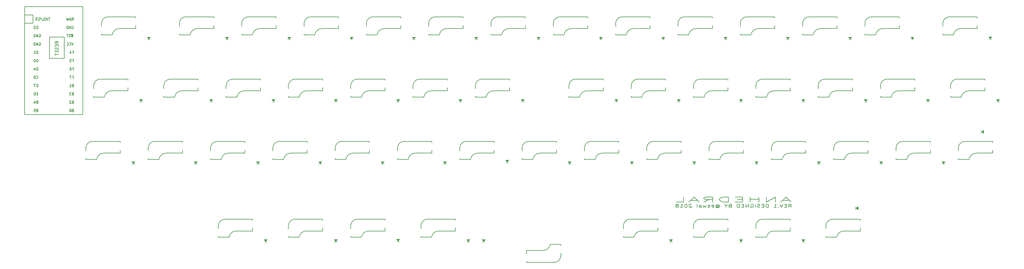
<source format=gbo>
G04 #@! TF.GenerationSoftware,KiCad,Pcbnew,(6.0.0-rc1-dev-1215-g431bdc7a3)*
G04 #@! TF.CreationDate,2018-12-02T20:05:25+01:00*
G04 #@! TF.ProjectId,wave,77617665-2e6b-4696-9361-645f70636258,rev?*
G04 #@! TF.SameCoordinates,Original*
G04 #@! TF.FileFunction,Legend,Bot*
G04 #@! TF.FilePolarity,Positive*
%FSLAX46Y46*%
G04 Gerber Fmt 4.6, Leading zero omitted, Abs format (unit mm)*
G04 Created by KiCad (PCBNEW (6.0.0-rc1-dev-1215-g431bdc7a3)) date 2018 December 02, Sunday 20:05:25*
%MOMM*%
%LPD*%
G01*
G04 APERTURE LIST*
%ADD10C,0.150000*%
%ADD11C,0.200000*%
%ADD12C,0.100000*%
%ADD13C,0.120000*%
G04 APERTURE END LIST*
D10*
X228699226Y17389739D02*
X229165893Y17865929D01*
X229499226Y17389739D02*
X229499226Y18389739D01*
X228965893Y18389739D01*
X228832560Y18342120D01*
X228765893Y18294500D01*
X228699226Y18199262D01*
X228699226Y18056405D01*
X228765893Y17961167D01*
X228832560Y17913548D01*
X228965893Y17865929D01*
X229499226Y17865929D01*
X228099226Y17913548D02*
X227632560Y17913548D01*
X227432560Y17389739D02*
X228099226Y17389739D01*
X228099226Y18389739D01*
X227432560Y18389739D01*
X227032560Y18389739D02*
X226565893Y17389739D01*
X226099226Y18389739D01*
X225632560Y17484977D02*
X225565893Y17437358D01*
X225632560Y17389739D01*
X225699226Y17437358D01*
X225632560Y17484977D01*
X225632560Y17389739D01*
X224232560Y17389739D02*
X225032560Y17389739D01*
X224632560Y17389739D02*
X224632560Y18389739D01*
X224765893Y18246881D01*
X224899226Y18151643D01*
X225032560Y18104024D01*
X222565893Y17389739D02*
X222565893Y18389739D01*
X222232560Y18389739D01*
X222032560Y18342120D01*
X221899226Y18246881D01*
X221832560Y18151643D01*
X221765893Y17961167D01*
X221765893Y17818310D01*
X221832560Y17627834D01*
X221899226Y17532596D01*
X222032560Y17437358D01*
X222232560Y17389739D01*
X222565893Y17389739D01*
X221165893Y17913548D02*
X220699226Y17913548D01*
X220499226Y17389739D02*
X221165893Y17389739D01*
X221165893Y18389739D01*
X220499226Y18389739D01*
X219965893Y17437358D02*
X219765893Y17389739D01*
X219432560Y17389739D01*
X219299226Y17437358D01*
X219232560Y17484977D01*
X219165893Y17580215D01*
X219165893Y17675453D01*
X219232560Y17770691D01*
X219299226Y17818310D01*
X219432560Y17865929D01*
X219699226Y17913548D01*
X219832560Y17961167D01*
X219899226Y18008786D01*
X219965893Y18104024D01*
X219965893Y18199262D01*
X219899226Y18294500D01*
X219832560Y18342120D01*
X219699226Y18389739D01*
X219365893Y18389739D01*
X219165893Y18342120D01*
X218565893Y17389739D02*
X218565893Y18389739D01*
X217165893Y18342120D02*
X217299226Y18389739D01*
X217499226Y18389739D01*
X217699226Y18342120D01*
X217832560Y18246881D01*
X217899226Y18151643D01*
X217965893Y17961167D01*
X217965893Y17818310D01*
X217899226Y17627834D01*
X217832560Y17532596D01*
X217699226Y17437358D01*
X217499226Y17389739D01*
X217365893Y17389739D01*
X217165893Y17437358D01*
X217099226Y17484977D01*
X217099226Y17818310D01*
X217365893Y17818310D01*
X216499226Y17389739D02*
X216499226Y18389739D01*
X215699226Y17389739D01*
X215699226Y18389739D01*
X215032560Y17913548D02*
X214565893Y17913548D01*
X214365893Y17389739D02*
X215032560Y17389739D01*
X215032560Y18389739D01*
X214365893Y18389739D01*
X213765893Y17389739D02*
X213765893Y18389739D01*
X213432560Y18389739D01*
X213232560Y18342120D01*
X213099226Y18246881D01*
X213032560Y18151643D01*
X212965893Y17961167D01*
X212965893Y17818310D01*
X213032560Y17627834D01*
X213099226Y17532596D01*
X213232560Y17437358D01*
X213432560Y17389739D01*
X213765893Y17389739D01*
X210832560Y17913548D02*
X210632560Y17865929D01*
X210565893Y17818310D01*
X210499226Y17723072D01*
X210499226Y17580215D01*
X210565893Y17484977D01*
X210632560Y17437358D01*
X210765893Y17389739D01*
X211299226Y17389739D01*
X211299226Y18389739D01*
X210832560Y18389739D01*
X210699226Y18342120D01*
X210632560Y18294500D01*
X210565893Y18199262D01*
X210565893Y18104024D01*
X210632560Y18008786D01*
X210699226Y17961167D01*
X210832560Y17913548D01*
X211299226Y17913548D01*
X209632560Y17865929D02*
X209632560Y17389739D01*
X210099226Y18389739D02*
X209632560Y17865929D01*
X209165893Y18389739D01*
X206765893Y17865929D02*
X206832560Y17913548D01*
X206965893Y17961167D01*
X207099226Y17961167D01*
X207232560Y17913548D01*
X207299226Y17865929D01*
X207365893Y17770691D01*
X207365893Y17675453D01*
X207299226Y17580215D01*
X207232560Y17532596D01*
X207099226Y17484977D01*
X206965893Y17484977D01*
X206832560Y17532596D01*
X206765893Y17580215D01*
X206765893Y17961167D02*
X206765893Y17580215D01*
X206699226Y17532596D01*
X206632560Y17532596D01*
X206499226Y17580215D01*
X206432560Y17675453D01*
X206432560Y17913548D01*
X206565893Y18056405D01*
X206765893Y18151643D01*
X207032560Y18199262D01*
X207299226Y18151643D01*
X207499226Y18056405D01*
X207632560Y17913548D01*
X207699226Y17723072D01*
X207632560Y17532596D01*
X207499226Y17389739D01*
X207299226Y17294500D01*
X207032560Y17246881D01*
X206765893Y17294500D01*
X206565893Y17389739D01*
X205299226Y17437358D02*
X205432560Y17389739D01*
X205699226Y17389739D01*
X205832560Y17437358D01*
X205899226Y17532596D01*
X205899226Y17913548D01*
X205832560Y18008786D01*
X205699226Y18056405D01*
X205432560Y18056405D01*
X205299226Y18008786D01*
X205232560Y17913548D01*
X205232560Y17818310D01*
X205899226Y17723072D01*
X204699226Y17437358D02*
X204565893Y17389739D01*
X204299226Y17389739D01*
X204165893Y17437358D01*
X204099226Y17532596D01*
X204099226Y17580215D01*
X204165893Y17675453D01*
X204299226Y17723072D01*
X204499226Y17723072D01*
X204632560Y17770691D01*
X204699226Y17865929D01*
X204699226Y17913548D01*
X204632560Y18008786D01*
X204499226Y18056405D01*
X204299226Y18056405D01*
X204165893Y18008786D01*
X203632560Y18056405D02*
X203365893Y17389739D01*
X203099226Y17865929D01*
X202832560Y17389739D01*
X202565893Y18056405D01*
X201432560Y17389739D02*
X201432560Y17913548D01*
X201499226Y18008786D01*
X201632560Y18056405D01*
X201899226Y18056405D01*
X202032560Y18008786D01*
X201432560Y17437358D02*
X201565893Y17389739D01*
X201899226Y17389739D01*
X202032560Y17437358D01*
X202099226Y17532596D01*
X202099226Y17627834D01*
X202032560Y17723072D01*
X201899226Y17770691D01*
X201565893Y17770691D01*
X201432560Y17818310D01*
X200765893Y17389739D02*
X200765893Y18056405D01*
X200765893Y18389739D02*
X200832560Y18342120D01*
X200765893Y18294500D01*
X200699226Y18342120D01*
X200765893Y18389739D01*
X200765893Y18294500D01*
X199099226Y18294500D02*
X199032560Y18342120D01*
X198899226Y18389739D01*
X198565893Y18389739D01*
X198432560Y18342120D01*
X198365893Y18294500D01*
X198299226Y18199262D01*
X198299226Y18104024D01*
X198365893Y17961167D01*
X199165893Y17389739D01*
X198299226Y17389739D01*
X197432560Y18389739D02*
X197299226Y18389739D01*
X197165893Y18342120D01*
X197099226Y18294500D01*
X197032560Y18199262D01*
X196965893Y18008786D01*
X196965893Y17770691D01*
X197032560Y17580215D01*
X197099226Y17484977D01*
X197165893Y17437358D01*
X197299226Y17389739D01*
X197432560Y17389739D01*
X197565893Y17437358D01*
X197632560Y17484977D01*
X197699226Y17580215D01*
X197765893Y17770691D01*
X197765893Y18008786D01*
X197699226Y18199262D01*
X197632560Y18294500D01*
X197565893Y18342120D01*
X197432560Y18389739D01*
X195632560Y17389739D02*
X196432560Y17389739D01*
X196032560Y17389739D02*
X196032560Y18389739D01*
X196165893Y18246881D01*
X196299226Y18151643D01*
X196432560Y18104024D01*
X194832560Y17961167D02*
X194965893Y18008786D01*
X195032560Y18056405D01*
X195099226Y18151643D01*
X195099226Y18199262D01*
X195032560Y18294500D01*
X194965893Y18342120D01*
X194832560Y18389739D01*
X194565893Y18389739D01*
X194432560Y18342120D01*
X194365893Y18294500D01*
X194299226Y18199262D01*
X194299226Y18151643D01*
X194365893Y18056405D01*
X194432560Y18008786D01*
X194565893Y17961167D01*
X194832560Y17961167D01*
X194965893Y17913548D01*
X195032560Y17865929D01*
X195099226Y17770691D01*
X195099226Y17580215D01*
X195032560Y17484977D01*
X194965893Y17437358D01*
X194832560Y17389739D01*
X194565893Y17389739D01*
X194432560Y17437358D01*
X194365893Y17484977D01*
X194299226Y17580215D01*
X194299226Y17770691D01*
X194365893Y17865929D01*
X194432560Y17913548D01*
X194565893Y17961167D01*
D11*
X229075417Y19497120D02*
X226789702Y19497120D01*
X229532560Y19068548D02*
X227932560Y20568548D01*
X226332560Y19068548D01*
X224732560Y19068548D02*
X224732560Y20568548D01*
X221989702Y19068548D01*
X221989702Y20568548D01*
X219703988Y19068548D02*
X219703988Y20568548D01*
X219703988Y19854262D02*
X216961131Y19854262D01*
X216961131Y19068548D02*
X216961131Y20568548D01*
X214675417Y19854262D02*
X213075417Y19854262D01*
X212389702Y19068548D02*
X214675417Y19068548D01*
X214675417Y20568548D01*
X212389702Y20568548D01*
X210332560Y19068548D02*
X210332560Y20568548D01*
X209189702Y20568548D01*
X208503988Y20497120D01*
X208046845Y20354262D01*
X207818274Y20211405D01*
X207589702Y19925691D01*
X207589702Y19711405D01*
X207818274Y19425691D01*
X208046845Y19282834D01*
X208503988Y19139977D01*
X209189702Y19068548D01*
X210332560Y19068548D01*
X202789702Y19068548D02*
X204389702Y19782834D01*
X205532560Y19068548D02*
X205532560Y20568548D01*
X203703988Y20568548D01*
X203246845Y20497120D01*
X203018274Y20425691D01*
X202789702Y20282834D01*
X202789702Y20068548D01*
X203018274Y19925691D01*
X203246845Y19854262D01*
X203703988Y19782834D01*
X205532560Y19782834D01*
X200961131Y19497120D02*
X198675417Y19497120D01*
X201418274Y19068548D02*
X199818274Y20568548D01*
X198218274Y19068548D01*
X194332560Y19068548D02*
X196618274Y19068548D01*
X196618274Y20568548D01*
D10*
G04 #@! TO.C,SW48*
X157795060Y33986620D02*
X157795060Y34986620D01*
X147295060Y32086620D02*
X147295060Y32446620D01*
X147295060Y35686620D02*
X147295060Y34686620D01*
X147295060Y32086620D02*
X150575060Y32086620D01*
X152795060Y33986620D02*
X157795060Y33986620D01*
X157795060Y37586620D02*
X149395059Y37586620D01*
X150578742Y32108091D02*
G75*
G02X152795060Y33986620I2151318J-291471D01*
G01*
X147295060Y35686619D02*
G75*
G02X149395059Y37586620I2000000J-99999D01*
G01*
X157795060Y37236620D02*
X157795060Y37586620D01*
G04 #@! TO.C,SW47*
X148595060Y4174120D02*
X148595060Y3174120D01*
X159095060Y6074120D02*
X159095060Y5714120D01*
X159095060Y2474120D02*
X159095060Y3474120D01*
X159095060Y6074120D02*
X155815060Y6074120D01*
X153595060Y4174120D02*
X148595060Y4174120D01*
X148595060Y574120D02*
X156995061Y574120D01*
X155811378Y6052649D02*
G75*
G02X153595060Y4174120I-2151318J291471D01*
G01*
X159095060Y2474121D02*
G75*
G02X156995061Y574120I-2000000J99999D01*
G01*
X148595060Y924120D02*
X148595060Y574120D01*
G04 #@! TO.C,SW53*
X7331310Y62979120D02*
X7331310Y69479120D01*
X2831310Y62979120D02*
X7331310Y62979120D01*
X2831310Y69479120D02*
X2831310Y62979120D01*
X7331310Y69479120D02*
X2831310Y69479120D01*
D12*
G04 #@! TO.C,D52*
G36*
X249946657Y17675370D02*
X249246657Y17175370D01*
X249946657Y16675370D01*
X249946657Y17675370D01*
G37*
X249946657Y17675370D02*
X249246657Y17175370D01*
X249946657Y16675370D01*
X249946657Y17675370D01*
D13*
X249146657Y17675370D02*
X249146657Y16675370D01*
D10*
G04 #@! TO.C,SW52*
X250663810Y10174120D02*
X250663810Y11174120D01*
X240163810Y8274120D02*
X240163810Y8634120D01*
X240163810Y11874120D02*
X240163810Y10874120D01*
X240163810Y8274120D02*
X243443810Y8274120D01*
X245663810Y10174120D02*
X250663810Y10174120D01*
X250663810Y13774120D02*
X242263809Y13774120D01*
X243447492Y8295591D02*
G75*
G02X245663810Y10174120I2151318J-291471D01*
G01*
X240163810Y11874119D02*
G75*
G02X242263809Y13774120I2000000J-99999D01*
G01*
X250663810Y13424120D02*
X250663810Y13774120D01*
G04 #@! TO.C,SW28*
X288763810Y53036620D02*
X288763810Y54036620D01*
X278263810Y51136620D02*
X278263810Y51496620D01*
X278263810Y54736620D02*
X278263810Y53736620D01*
X278263810Y51136620D02*
X281543810Y51136620D01*
X283763810Y53036620D02*
X288763810Y53036620D01*
X288763810Y56636620D02*
X280363809Y56636620D01*
X281547492Y51158091D02*
G75*
G02X283763810Y53036620I2151318J-291471D01*
G01*
X278263810Y54736619D02*
G75*
G02X280363809Y56636620I2000000J-99999D01*
G01*
X288763810Y56286620D02*
X288763810Y56636620D01*
G04 #@! TO.C,SW14*
X286382560Y72086620D02*
X286382560Y73086620D01*
X275882560Y70186620D02*
X275882560Y70546620D01*
X275882560Y73786620D02*
X275882560Y72786620D01*
X275882560Y70186620D02*
X279162560Y70186620D01*
X281382560Y72086620D02*
X286382560Y72086620D01*
X286382560Y75686620D02*
X277982559Y75686620D01*
X279166242Y70208091D02*
G75*
G02X281382560Y72086620I2151318J-291471D01*
G01*
X275882560Y73786619D02*
G75*
G02X277982559Y75686620I2000000J-99999D01*
G01*
X286382560Y75336620D02*
X286382560Y75686620D01*
D12*
G04 #@! TO.C,D51*
G36*
X232705060Y7574120D02*
X233205060Y6874120D01*
X233705060Y7574120D01*
X232705060Y7574120D01*
G37*
X232705060Y7574120D02*
X233205060Y6874120D01*
X233705060Y7574120D01*
X232705060Y7574120D01*
D13*
X232705060Y6774120D02*
X233705060Y6774120D01*
D12*
G04 #@! TO.C,D50*
G36*
X213655060Y7574120D02*
X214155060Y6874120D01*
X214655060Y7574120D01*
X213655060Y7574120D01*
G37*
X213655060Y7574120D02*
X214155060Y6874120D01*
X214655060Y7574120D01*
X213655060Y7574120D01*
D13*
X213655060Y6774120D02*
X214655060Y6774120D01*
D12*
G04 #@! TO.C,D49*
G36*
X192223810Y7574120D02*
X192723810Y6874120D01*
X193223810Y7574120D01*
X192223810Y7574120D01*
G37*
X192223810Y7574120D02*
X192723810Y6874120D01*
X193223810Y7574120D01*
X192223810Y7574120D01*
D13*
X192223810Y6774120D02*
X193223810Y6774120D01*
D12*
G04 #@! TO.C,D48*
G36*
X161267560Y31386620D02*
X161767560Y30686620D01*
X162267560Y31386620D01*
X161267560Y31386620D01*
G37*
X161267560Y31386620D02*
X161767560Y30686620D01*
X162267560Y31386620D01*
X161267560Y31386620D01*
D13*
X161267560Y30586620D02*
X162267560Y30586620D01*
D12*
G04 #@! TO.C,D47*
G36*
X135043933Y7574120D02*
X135543933Y6874120D01*
X136043933Y7574120D01*
X135043933Y7574120D01*
G37*
X135043933Y7574120D02*
X135543933Y6874120D01*
X136043933Y7574120D01*
X135043933Y7574120D01*
D13*
X135043933Y6774120D02*
X136043933Y6774120D01*
D12*
G04 #@! TO.C,D46*
G36*
X130311310Y7574120D02*
X130811310Y6874120D01*
X131311310Y7574120D01*
X130311310Y7574120D01*
G37*
X130311310Y7574120D02*
X130811310Y6874120D01*
X131311310Y7574120D01*
X130311310Y7574120D01*
D13*
X130311310Y6774120D02*
X131311310Y6774120D01*
D12*
G04 #@! TO.C,D45*
G36*
X108880060Y7694467D02*
X109380060Y6994467D01*
X109880060Y7694467D01*
X108880060Y7694467D01*
G37*
X108880060Y7694467D02*
X109380060Y6994467D01*
X109880060Y7694467D01*
X108880060Y7694467D01*
D13*
X108880060Y6894467D02*
X109880060Y6894467D01*
D12*
G04 #@! TO.C,D44*
G36*
X89830060Y7574120D02*
X90330060Y6874120D01*
X90830060Y7574120D01*
X89830060Y7574120D01*
G37*
X89830060Y7574120D02*
X90330060Y6874120D01*
X90830060Y7574120D01*
X89830060Y7574120D01*
D13*
X89830060Y6774120D02*
X90830060Y6774120D01*
D12*
G04 #@! TO.C,D43*
G36*
X68398810Y7574120D02*
X68898810Y6874120D01*
X69398810Y7574120D01*
X68398810Y7574120D01*
G37*
X68398810Y7574120D02*
X68898810Y6874120D01*
X69398810Y7574120D01*
X68398810Y7574120D01*
D13*
X68398810Y6774120D02*
X69398810Y6774120D01*
D12*
G04 #@! TO.C,D42*
G36*
X288373810Y41011620D02*
X287673810Y40511620D01*
X288373810Y40011620D01*
X288373810Y41011620D01*
G37*
X288373810Y41011620D02*
X287673810Y40511620D01*
X288373810Y40011620D01*
X288373810Y41011620D01*
D13*
X287573810Y41011620D02*
X287573810Y40011620D01*
D12*
G04 #@! TO.C,D41*
G36*
X275567560Y31386620D02*
X276067560Y30686620D01*
X276567560Y31386620D01*
X275567560Y31386620D01*
G37*
X275567560Y31386620D02*
X276067560Y30686620D01*
X276567560Y31386620D01*
X275567560Y31386620D01*
D13*
X275567560Y30586620D02*
X276567560Y30586620D01*
D12*
G04 #@! TO.C,D40*
G36*
X256517560Y31386620D02*
X257017560Y30686620D01*
X257517560Y31386620D01*
X256517560Y31386620D01*
G37*
X256517560Y31386620D02*
X257017560Y30686620D01*
X257517560Y31386620D01*
X256517560Y31386620D01*
D13*
X256517560Y30586620D02*
X257517560Y30586620D01*
D12*
G04 #@! TO.C,D39*
G36*
X237467560Y31386620D02*
X237967560Y30686620D01*
X238467560Y31386620D01*
X237467560Y31386620D01*
G37*
X237467560Y31386620D02*
X237967560Y30686620D01*
X238467560Y31386620D01*
X237467560Y31386620D01*
D13*
X237467560Y30586620D02*
X238467560Y30586620D01*
D12*
G04 #@! TO.C,D38*
G36*
X218417560Y31386620D02*
X218917560Y30686620D01*
X219417560Y31386620D01*
X218417560Y31386620D01*
G37*
X218417560Y31386620D02*
X218917560Y30686620D01*
X219417560Y31386620D01*
X218417560Y31386620D01*
D13*
X218417560Y30586620D02*
X219417560Y30586620D01*
D12*
G04 #@! TO.C,D37*
G36*
X199367560Y31386620D02*
X199867560Y30686620D01*
X200367560Y31386620D01*
X199367560Y31386620D01*
G37*
X199367560Y31386620D02*
X199867560Y30686620D01*
X200367560Y31386620D01*
X199367560Y31386620D01*
D13*
X199367560Y30586620D02*
X200367560Y30586620D01*
D12*
G04 #@! TO.C,D36*
G36*
X180317560Y31386620D02*
X180817560Y30686620D01*
X181317560Y31386620D01*
X180317560Y31386620D01*
G37*
X180317560Y31386620D02*
X180817560Y30686620D01*
X181317560Y31386620D01*
X180317560Y31386620D01*
D13*
X180317560Y30586620D02*
X181317560Y30586620D01*
D12*
G04 #@! TO.C,D35*
G36*
X142217560Y31862870D02*
X142717560Y31162870D01*
X143217560Y31862870D01*
X142217560Y31862870D01*
G37*
X142217560Y31862870D02*
X142717560Y31162870D01*
X143217560Y31862870D01*
X142217560Y31862870D01*
D13*
X142217560Y31062870D02*
X143217560Y31062870D01*
D12*
G04 #@! TO.C,D34*
G36*
X123167560Y31386620D02*
X123667560Y30686620D01*
X124167560Y31386620D01*
X123167560Y31386620D01*
G37*
X123167560Y31386620D02*
X123667560Y30686620D01*
X124167560Y31386620D01*
X123167560Y31386620D01*
D13*
X123167560Y30586620D02*
X124167560Y30586620D01*
D12*
G04 #@! TO.C,D33*
G36*
X104117560Y31386620D02*
X104617560Y30686620D01*
X105117560Y31386620D01*
X104117560Y31386620D01*
G37*
X104117560Y31386620D02*
X104617560Y30686620D01*
X105117560Y31386620D01*
X104117560Y31386620D01*
D13*
X104117560Y30586620D02*
X105117560Y30586620D01*
D12*
G04 #@! TO.C,D32*
G36*
X85067560Y31386620D02*
X85567560Y30686620D01*
X86067560Y31386620D01*
X85067560Y31386620D01*
G37*
X85067560Y31386620D02*
X85567560Y30686620D01*
X86067560Y31386620D01*
X85067560Y31386620D01*
D13*
X85067560Y30586620D02*
X86067560Y30586620D01*
D12*
G04 #@! TO.C,D31*
G36*
X66017560Y31386620D02*
X66517560Y30686620D01*
X67017560Y31386620D01*
X66017560Y31386620D01*
G37*
X66017560Y31386620D02*
X66517560Y30686620D01*
X67017560Y31386620D01*
X66017560Y31386620D01*
D13*
X66017560Y30586620D02*
X67017560Y30586620D01*
D12*
G04 #@! TO.C,D30*
G36*
X46967560Y31386620D02*
X47467560Y30686620D01*
X47967560Y31386620D01*
X46967560Y31386620D01*
G37*
X46967560Y31386620D02*
X47467560Y30686620D01*
X47967560Y31386620D01*
X46967560Y31386620D01*
D13*
X46967560Y30586620D02*
X47967560Y30586620D01*
D12*
G04 #@! TO.C,D29*
G36*
X27917560Y31386620D02*
X28417560Y30686620D01*
X28917560Y31386620D01*
X27917560Y31386620D01*
G37*
X27917560Y31386620D02*
X28417560Y30686620D01*
X28917560Y31386620D01*
X27917560Y31386620D01*
D13*
X27917560Y30586620D02*
X28917560Y30586620D01*
D12*
G04 #@! TO.C,D28*
G36*
X292236310Y50436620D02*
X292736310Y49736620D01*
X293236310Y50436620D01*
X292236310Y50436620D01*
G37*
X292236310Y50436620D02*
X292736310Y49736620D01*
X293236310Y50436620D01*
X292236310Y50436620D01*
D13*
X292236310Y49636620D02*
X293236310Y49636620D01*
D12*
G04 #@! TO.C,D27*
G36*
X270805060Y50436620D02*
X271305060Y49736620D01*
X271805060Y50436620D01*
X270805060Y50436620D01*
G37*
X270805060Y50436620D02*
X271305060Y49736620D01*
X271805060Y50436620D01*
X270805060Y50436620D01*
D13*
X270805060Y49636620D02*
X271805060Y49636620D01*
D12*
G04 #@! TO.C,D26*
G36*
X251755060Y50436620D02*
X252255060Y49736620D01*
X252755060Y50436620D01*
X251755060Y50436620D01*
G37*
X251755060Y50436620D02*
X252255060Y49736620D01*
X252755060Y50436620D01*
X251755060Y50436620D01*
D13*
X251755060Y49636620D02*
X252755060Y49636620D01*
D12*
G04 #@! TO.C,D25*
G36*
X232705060Y50436620D02*
X233205060Y49736620D01*
X233705060Y50436620D01*
X232705060Y50436620D01*
G37*
X232705060Y50436620D02*
X233205060Y49736620D01*
X233705060Y50436620D01*
X232705060Y50436620D01*
D13*
X232705060Y49636620D02*
X233705060Y49636620D01*
D12*
G04 #@! TO.C,D24*
G36*
X213655060Y50436620D02*
X214155060Y49736620D01*
X214655060Y50436620D01*
X213655060Y50436620D01*
G37*
X213655060Y50436620D02*
X214155060Y49736620D01*
X214655060Y50436620D01*
X213655060Y50436620D01*
D13*
X213655060Y49636620D02*
X214655060Y49636620D01*
D12*
G04 #@! TO.C,D23*
G36*
X194605060Y50436620D02*
X195105060Y49736620D01*
X195605060Y50436620D01*
X194605060Y50436620D01*
G37*
X194605060Y50436620D02*
X195105060Y49736620D01*
X195605060Y50436620D01*
X194605060Y50436620D01*
D13*
X194605060Y49636620D02*
X195605060Y49636620D01*
D12*
G04 #@! TO.C,D22*
G36*
X175555060Y50436620D02*
X176055060Y49736620D01*
X176555060Y50436620D01*
X175555060Y50436620D01*
G37*
X175555060Y50436620D02*
X176055060Y49736620D01*
X176555060Y50436620D01*
X175555060Y50436620D01*
D13*
X175555060Y49636620D02*
X176555060Y49636620D01*
D12*
G04 #@! TO.C,D21*
G36*
X146980060Y50436620D02*
X147480060Y49736620D01*
X147980060Y50436620D01*
X146980060Y50436620D01*
G37*
X146980060Y50436620D02*
X147480060Y49736620D01*
X147980060Y50436620D01*
X146980060Y50436620D01*
D13*
X146980060Y49636620D02*
X147980060Y49636620D01*
D12*
G04 #@! TO.C,D20*
G36*
X127930060Y50436620D02*
X128430060Y49736620D01*
X128930060Y50436620D01*
X127930060Y50436620D01*
G37*
X127930060Y50436620D02*
X128430060Y49736620D01*
X128930060Y50436620D01*
X127930060Y50436620D01*
D13*
X127930060Y49636620D02*
X128930060Y49636620D01*
D12*
G04 #@! TO.C,D19*
G36*
X108880060Y50436620D02*
X109380060Y49736620D01*
X109880060Y50436620D01*
X108880060Y50436620D01*
G37*
X108880060Y50436620D02*
X109380060Y49736620D01*
X109880060Y50436620D01*
X108880060Y50436620D01*
D13*
X108880060Y49636620D02*
X109880060Y49636620D01*
D12*
G04 #@! TO.C,D18*
G36*
X89830060Y50436620D02*
X90330060Y49736620D01*
X90830060Y50436620D01*
X89830060Y50436620D01*
G37*
X89830060Y50436620D02*
X90330060Y49736620D01*
X90830060Y50436620D01*
X89830060Y50436620D01*
D13*
X89830060Y49636620D02*
X90830060Y49636620D01*
D12*
G04 #@! TO.C,D17*
G36*
X70780060Y50436620D02*
X71280060Y49736620D01*
X71780060Y50436620D01*
X70780060Y50436620D01*
G37*
X70780060Y50436620D02*
X71280060Y49736620D01*
X71780060Y50436620D01*
X70780060Y50436620D01*
D13*
X70780060Y49636620D02*
X71780060Y49636620D01*
D12*
G04 #@! TO.C,D16*
G36*
X51730060Y50436620D02*
X52230060Y49736620D01*
X52730060Y50436620D01*
X51730060Y50436620D01*
G37*
X51730060Y50436620D02*
X52230060Y49736620D01*
X52730060Y50436620D01*
X51730060Y50436620D01*
D13*
X51730060Y49636620D02*
X52730060Y49636620D01*
D12*
G04 #@! TO.C,D15*
G36*
X30298810Y50436620D02*
X30798810Y49736620D01*
X31298810Y50436620D01*
X30298810Y50436620D01*
G37*
X30298810Y50436620D02*
X30798810Y49736620D01*
X31298810Y50436620D01*
X30298810Y50436620D01*
D13*
X30298810Y49636620D02*
X31298810Y49636620D01*
D12*
G04 #@! TO.C,D14*
G36*
X289855060Y69606967D02*
X290355060Y68906967D01*
X290855060Y69606967D01*
X289855060Y69606967D01*
G37*
X289855060Y69606967D02*
X290355060Y68906967D01*
X290855060Y69606967D01*
X289855060Y69606967D01*
D13*
X289855060Y68806967D02*
X290855060Y68806967D01*
D12*
G04 #@! TO.C,D13*
G36*
X266042560Y69486620D02*
X266542560Y68786620D01*
X267042560Y69486620D01*
X266042560Y69486620D01*
G37*
X266042560Y69486620D02*
X266542560Y68786620D01*
X267042560Y69486620D01*
X266042560Y69486620D01*
D13*
X266042560Y68686620D02*
X267042560Y68686620D01*
D12*
G04 #@! TO.C,D12*
G36*
X246992560Y69486620D02*
X247492560Y68786620D01*
X247992560Y69486620D01*
X246992560Y69486620D01*
G37*
X246992560Y69486620D02*
X247492560Y68786620D01*
X247992560Y69486620D01*
X246992560Y69486620D01*
D13*
X246992560Y68686620D02*
X247992560Y68686620D01*
D12*
G04 #@! TO.C,D11*
G36*
X227942560Y69486620D02*
X228442560Y68786620D01*
X228942560Y69486620D01*
X227942560Y69486620D01*
G37*
X227942560Y69486620D02*
X228442560Y68786620D01*
X228942560Y69486620D01*
X227942560Y69486620D01*
D13*
X227942560Y68686620D02*
X228942560Y68686620D01*
D12*
G04 #@! TO.C,D10*
G36*
X208892560Y69486620D02*
X209392560Y68786620D01*
X209892560Y69486620D01*
X208892560Y69486620D01*
G37*
X208892560Y69486620D02*
X209392560Y68786620D01*
X209892560Y69486620D01*
X208892560Y69486620D01*
D13*
X208892560Y68686620D02*
X209892560Y68686620D01*
D12*
G04 #@! TO.C,D9*
G36*
X189842560Y69486620D02*
X190342560Y68786620D01*
X190842560Y69486620D01*
X189842560Y69486620D01*
G37*
X189842560Y69486620D02*
X190342560Y68786620D01*
X190842560Y69486620D01*
X189842560Y69486620D01*
D13*
X189842560Y68686620D02*
X190842560Y68686620D01*
D12*
G04 #@! TO.C,D8*
G36*
X170792560Y69486620D02*
X171292560Y68786620D01*
X171792560Y69486620D01*
X170792560Y69486620D01*
G37*
X170792560Y69486620D02*
X171292560Y68786620D01*
X171792560Y69486620D01*
X170792560Y69486620D01*
D13*
X170792560Y68686620D02*
X171792560Y68686620D01*
D12*
G04 #@! TO.C,D7*
G36*
X151742560Y69486620D02*
X152242560Y68786620D01*
X152742560Y69486620D01*
X151742560Y69486620D01*
G37*
X151742560Y69486620D02*
X152242560Y68786620D01*
X152742560Y69486620D01*
X151742560Y69486620D01*
D13*
X151742560Y68686620D02*
X152742560Y68686620D01*
D12*
G04 #@! TO.C,D6*
G36*
X132692560Y69486620D02*
X133192560Y68786620D01*
X133692560Y69486620D01*
X132692560Y69486620D01*
G37*
X132692560Y69486620D02*
X133192560Y68786620D01*
X133692560Y69486620D01*
X132692560Y69486620D01*
D13*
X132692560Y68686620D02*
X133692560Y68686620D01*
D12*
G04 #@! TO.C,D5*
G36*
X113642560Y69486620D02*
X114142560Y68786620D01*
X114642560Y69486620D01*
X113642560Y69486620D01*
G37*
X113642560Y69486620D02*
X114142560Y68786620D01*
X114642560Y69486620D01*
X113642560Y69486620D01*
D13*
X113642560Y68686620D02*
X114642560Y68686620D01*
D12*
G04 #@! TO.C,D4*
G36*
X94592560Y69486620D02*
X95092560Y68786620D01*
X95592560Y69486620D01*
X94592560Y69486620D01*
G37*
X94592560Y69486620D02*
X95092560Y68786620D01*
X95592560Y69486620D01*
X94592560Y69486620D01*
D13*
X94592560Y68686620D02*
X95592560Y68686620D01*
D12*
G04 #@! TO.C,D3*
G36*
X75542560Y69486620D02*
X76042560Y68786620D01*
X76542560Y69486620D01*
X75542560Y69486620D01*
G37*
X75542560Y69486620D02*
X76042560Y68786620D01*
X76542560Y69486620D01*
X75542560Y69486620D01*
D13*
X75542560Y68686620D02*
X76542560Y68686620D01*
D12*
G04 #@! TO.C,D2*
G36*
X56492560Y69486620D02*
X56992560Y68786620D01*
X57492560Y69486620D01*
X56492560Y69486620D01*
G37*
X56492560Y69486620D02*
X56992560Y68786620D01*
X57492560Y69486620D01*
X56492560Y69486620D01*
D13*
X56492560Y68686620D02*
X57492560Y68686620D01*
D12*
G04 #@! TO.C,D1*
G36*
X32680060Y69486620D02*
X33180060Y68786620D01*
X33680060Y69486620D01*
X32680060Y69486620D01*
G37*
X32680060Y69486620D02*
X33180060Y68786620D01*
X33680060Y69486620D01*
X32680060Y69486620D01*
D13*
X32680060Y68686620D02*
X33680060Y68686620D01*
D10*
G04 #@! TO.C,SW1*
X29207560Y72086620D02*
X29207560Y73086620D01*
X18707560Y70186620D02*
X18707560Y70546620D01*
X18707560Y73786620D02*
X18707560Y72786620D01*
X18707560Y70186620D02*
X21987560Y70186620D01*
X24207560Y72086620D02*
X29207560Y72086620D01*
X29207560Y75686620D02*
X20807559Y75686620D01*
X21991242Y70208091D02*
G75*
G02X24207560Y72086620I2151318J-291471D01*
G01*
X18707560Y73786619D02*
G75*
G02X20807559Y75686620I2000000J-99999D01*
G01*
X29207560Y75336620D02*
X29207560Y75686620D01*
G04 #@! TO.C,SW2*
X53020060Y72086620D02*
X53020060Y73086620D01*
X42520060Y70186620D02*
X42520060Y70546620D01*
X42520060Y73786620D02*
X42520060Y72786620D01*
X42520060Y70186620D02*
X45800060Y70186620D01*
X48020060Y72086620D02*
X53020060Y72086620D01*
X53020060Y75686620D02*
X44620059Y75686620D01*
X45803742Y70208091D02*
G75*
G02X48020060Y72086620I2151318J-291471D01*
G01*
X42520060Y73786619D02*
G75*
G02X44620059Y75686620I2000000J-99999D01*
G01*
X53020060Y75336620D02*
X53020060Y75686620D01*
G04 #@! TO.C,SW3*
X72070060Y72086620D02*
X72070060Y73086620D01*
X61570060Y70186620D02*
X61570060Y70546620D01*
X61570060Y73786620D02*
X61570060Y72786620D01*
X61570060Y70186620D02*
X64850060Y70186620D01*
X67070060Y72086620D02*
X72070060Y72086620D01*
X72070060Y75686620D02*
X63670059Y75686620D01*
X64853742Y70208091D02*
G75*
G02X67070060Y72086620I2151318J-291471D01*
G01*
X61570060Y73786619D02*
G75*
G02X63670059Y75686620I2000000J-99999D01*
G01*
X72070060Y75336620D02*
X72070060Y75686620D01*
G04 #@! TO.C,SW4*
X91120060Y72086620D02*
X91120060Y73086620D01*
X80620060Y70186620D02*
X80620060Y70546620D01*
X80620060Y73786620D02*
X80620060Y72786620D01*
X80620060Y70186620D02*
X83900060Y70186620D01*
X86120060Y72086620D02*
X91120060Y72086620D01*
X91120060Y75686620D02*
X82720059Y75686620D01*
X83903742Y70208091D02*
G75*
G02X86120060Y72086620I2151318J-291471D01*
G01*
X80620060Y73786619D02*
G75*
G02X82720059Y75686620I2000000J-99999D01*
G01*
X91120060Y75336620D02*
X91120060Y75686620D01*
G04 #@! TO.C,SW5*
X110170060Y72086620D02*
X110170060Y73086620D01*
X99670060Y70186620D02*
X99670060Y70546620D01*
X99670060Y73786620D02*
X99670060Y72786620D01*
X99670060Y70186620D02*
X102950060Y70186620D01*
X105170060Y72086620D02*
X110170060Y72086620D01*
X110170060Y75686620D02*
X101770059Y75686620D01*
X102953742Y70208091D02*
G75*
G02X105170060Y72086620I2151318J-291471D01*
G01*
X99670060Y73786619D02*
G75*
G02X101770059Y75686620I2000000J-99999D01*
G01*
X110170060Y75336620D02*
X110170060Y75686620D01*
G04 #@! TO.C,SW6*
X129220060Y72086620D02*
X129220060Y73086620D01*
X118720060Y70186620D02*
X118720060Y70546620D01*
X118720060Y73786620D02*
X118720060Y72786620D01*
X118720060Y70186620D02*
X122000060Y70186620D01*
X124220060Y72086620D02*
X129220060Y72086620D01*
X129220060Y75686620D02*
X120820059Y75686620D01*
X122003742Y70208091D02*
G75*
G02X124220060Y72086620I2151318J-291471D01*
G01*
X118720060Y73786619D02*
G75*
G02X120820059Y75686620I2000000J-99999D01*
G01*
X129220060Y75336620D02*
X129220060Y75686620D01*
G04 #@! TO.C,SW7*
X148270060Y72086620D02*
X148270060Y73086620D01*
X137770060Y70186620D02*
X137770060Y70546620D01*
X137770060Y73786620D02*
X137770060Y72786620D01*
X137770060Y70186620D02*
X141050060Y70186620D01*
X143270060Y72086620D02*
X148270060Y72086620D01*
X148270060Y75686620D02*
X139870059Y75686620D01*
X141053742Y70208091D02*
G75*
G02X143270060Y72086620I2151318J-291471D01*
G01*
X137770060Y73786619D02*
G75*
G02X139870059Y75686620I2000000J-99999D01*
G01*
X148270060Y75336620D02*
X148270060Y75686620D01*
G04 #@! TO.C,SW8*
X167320060Y72086620D02*
X167320060Y73086620D01*
X156820060Y70186620D02*
X156820060Y70546620D01*
X156820060Y73786620D02*
X156820060Y72786620D01*
X156820060Y70186620D02*
X160100060Y70186620D01*
X162320060Y72086620D02*
X167320060Y72086620D01*
X167320060Y75686620D02*
X158920059Y75686620D01*
X160103742Y70208091D02*
G75*
G02X162320060Y72086620I2151318J-291471D01*
G01*
X156820060Y73786619D02*
G75*
G02X158920059Y75686620I2000000J-99999D01*
G01*
X167320060Y75336620D02*
X167320060Y75686620D01*
G04 #@! TO.C,SW9*
X186370060Y72086620D02*
X186370060Y73086620D01*
X175870060Y70186620D02*
X175870060Y70546620D01*
X175870060Y73786620D02*
X175870060Y72786620D01*
X175870060Y70186620D02*
X179150060Y70186620D01*
X181370060Y72086620D02*
X186370060Y72086620D01*
X186370060Y75686620D02*
X177970059Y75686620D01*
X179153742Y70208091D02*
G75*
G02X181370060Y72086620I2151318J-291471D01*
G01*
X175870060Y73786619D02*
G75*
G02X177970059Y75686620I2000000J-99999D01*
G01*
X186370060Y75336620D02*
X186370060Y75686620D01*
G04 #@! TO.C,SW10*
X205420060Y72086620D02*
X205420060Y73086620D01*
X194920060Y70186620D02*
X194920060Y70546620D01*
X194920060Y73786620D02*
X194920060Y72786620D01*
X194920060Y70186620D02*
X198200060Y70186620D01*
X200420060Y72086620D02*
X205420060Y72086620D01*
X205420060Y75686620D02*
X197020059Y75686620D01*
X198203742Y70208091D02*
G75*
G02X200420060Y72086620I2151318J-291471D01*
G01*
X194920060Y73786619D02*
G75*
G02X197020059Y75686620I2000000J-99999D01*
G01*
X205420060Y75336620D02*
X205420060Y75686620D01*
G04 #@! TO.C,SW11*
X224470060Y72086620D02*
X224470060Y73086620D01*
X213970060Y70186620D02*
X213970060Y70546620D01*
X213970060Y73786620D02*
X213970060Y72786620D01*
X213970060Y70186620D02*
X217250060Y70186620D01*
X219470060Y72086620D02*
X224470060Y72086620D01*
X224470060Y75686620D02*
X216070059Y75686620D01*
X217253742Y70208091D02*
G75*
G02X219470060Y72086620I2151318J-291471D01*
G01*
X213970060Y73786619D02*
G75*
G02X216070059Y75686620I2000000J-99999D01*
G01*
X224470060Y75336620D02*
X224470060Y75686620D01*
G04 #@! TO.C,SW12*
X243520060Y72086620D02*
X243520060Y73086620D01*
X233020060Y70186620D02*
X233020060Y70546620D01*
X233020060Y73786620D02*
X233020060Y72786620D01*
X233020060Y70186620D02*
X236300060Y70186620D01*
X238520060Y72086620D02*
X243520060Y72086620D01*
X243520060Y75686620D02*
X235120059Y75686620D01*
X236303742Y70208091D02*
G75*
G02X238520060Y72086620I2151318J-291471D01*
G01*
X233020060Y73786619D02*
G75*
G02X235120059Y75686620I2000000J-99999D01*
G01*
X243520060Y75336620D02*
X243520060Y75686620D01*
G04 #@! TO.C,SW13*
X262570060Y72086620D02*
X262570060Y73086620D01*
X252070060Y70186620D02*
X252070060Y70546620D01*
X252070060Y73786620D02*
X252070060Y72786620D01*
X252070060Y70186620D02*
X255350060Y70186620D01*
X257570060Y72086620D02*
X262570060Y72086620D01*
X262570060Y75686620D02*
X254170059Y75686620D01*
X255353742Y70208091D02*
G75*
G02X257570060Y72086620I2151318J-291471D01*
G01*
X252070060Y73786619D02*
G75*
G02X254170059Y75686620I2000000J-99999D01*
G01*
X262570060Y75336620D02*
X262570060Y75686620D01*
G04 #@! TO.C,SW15*
X26826310Y53036620D02*
X26826310Y54036620D01*
X16326310Y51136620D02*
X16326310Y51496620D01*
X16326310Y54736620D02*
X16326310Y53736620D01*
X16326310Y51136620D02*
X19606310Y51136620D01*
X21826310Y53036620D02*
X26826310Y53036620D01*
X26826310Y56636620D02*
X18426309Y56636620D01*
X19609992Y51158091D02*
G75*
G02X21826310Y53036620I2151318J-291471D01*
G01*
X16326310Y54736619D02*
G75*
G02X18426309Y56636620I2000000J-99999D01*
G01*
X26826310Y56286620D02*
X26826310Y56636620D01*
G04 #@! TO.C,SW16*
X48257560Y53036620D02*
X48257560Y54036620D01*
X37757560Y51136620D02*
X37757560Y51496620D01*
X37757560Y54736620D02*
X37757560Y53736620D01*
X37757560Y51136620D02*
X41037560Y51136620D01*
X43257560Y53036620D02*
X48257560Y53036620D01*
X48257560Y56636620D02*
X39857559Y56636620D01*
X41041242Y51158091D02*
G75*
G02X43257560Y53036620I2151318J-291471D01*
G01*
X37757560Y54736619D02*
G75*
G02X39857559Y56636620I2000000J-99999D01*
G01*
X48257560Y56286620D02*
X48257560Y56636620D01*
G04 #@! TO.C,SW17*
X67307560Y53036620D02*
X67307560Y54036620D01*
X56807560Y51136620D02*
X56807560Y51496620D01*
X56807560Y54736620D02*
X56807560Y53736620D01*
X56807560Y51136620D02*
X60087560Y51136620D01*
X62307560Y53036620D02*
X67307560Y53036620D01*
X67307560Y56636620D02*
X58907559Y56636620D01*
X60091242Y51158091D02*
G75*
G02X62307560Y53036620I2151318J-291471D01*
G01*
X56807560Y54736619D02*
G75*
G02X58907559Y56636620I2000000J-99999D01*
G01*
X67307560Y56286620D02*
X67307560Y56636620D01*
G04 #@! TO.C,SW18*
X86357560Y53036620D02*
X86357560Y54036620D01*
X75857560Y51136620D02*
X75857560Y51496620D01*
X75857560Y54736620D02*
X75857560Y53736620D01*
X75857560Y51136620D02*
X79137560Y51136620D01*
X81357560Y53036620D02*
X86357560Y53036620D01*
X86357560Y56636620D02*
X77957559Y56636620D01*
X79141242Y51158091D02*
G75*
G02X81357560Y53036620I2151318J-291471D01*
G01*
X75857560Y54736619D02*
G75*
G02X77957559Y56636620I2000000J-99999D01*
G01*
X86357560Y56286620D02*
X86357560Y56636620D01*
G04 #@! TO.C,SW19*
X105407560Y53036620D02*
X105407560Y54036620D01*
X94907560Y51136620D02*
X94907560Y51496620D01*
X94907560Y54736620D02*
X94907560Y53736620D01*
X94907560Y51136620D02*
X98187560Y51136620D01*
X100407560Y53036620D02*
X105407560Y53036620D01*
X105407560Y56636620D02*
X97007559Y56636620D01*
X98191242Y51158091D02*
G75*
G02X100407560Y53036620I2151318J-291471D01*
G01*
X94907560Y54736619D02*
G75*
G02X97007559Y56636620I2000000J-99999D01*
G01*
X105407560Y56286620D02*
X105407560Y56636620D01*
G04 #@! TO.C,SW20*
X124457560Y53036620D02*
X124457560Y54036620D01*
X113957560Y51136620D02*
X113957560Y51496620D01*
X113957560Y54736620D02*
X113957560Y53736620D01*
X113957560Y51136620D02*
X117237560Y51136620D01*
X119457560Y53036620D02*
X124457560Y53036620D01*
X124457560Y56636620D02*
X116057559Y56636620D01*
X117241242Y51158091D02*
G75*
G02X119457560Y53036620I2151318J-291471D01*
G01*
X113957560Y54736619D02*
G75*
G02X116057559Y56636620I2000000J-99999D01*
G01*
X124457560Y56286620D02*
X124457560Y56636620D01*
G04 #@! TO.C,SW21*
X143507560Y53036620D02*
X143507560Y54036620D01*
X133007560Y51136620D02*
X133007560Y51496620D01*
X133007560Y54736620D02*
X133007560Y53736620D01*
X133007560Y51136620D02*
X136287560Y51136620D01*
X138507560Y53036620D02*
X143507560Y53036620D01*
X143507560Y56636620D02*
X135107559Y56636620D01*
X136291242Y51158091D02*
G75*
G02X138507560Y53036620I2151318J-291471D01*
G01*
X133007560Y54736619D02*
G75*
G02X135107559Y56636620I2000000J-99999D01*
G01*
X143507560Y56286620D02*
X143507560Y56636620D01*
G04 #@! TO.C,SW22*
X172082560Y53036620D02*
X172082560Y54036620D01*
X161582560Y51136620D02*
X161582560Y51496620D01*
X161582560Y54736620D02*
X161582560Y53736620D01*
X161582560Y51136620D02*
X164862560Y51136620D01*
X167082560Y53036620D02*
X172082560Y53036620D01*
X172082560Y56636620D02*
X163682559Y56636620D01*
X164866242Y51158091D02*
G75*
G02X167082560Y53036620I2151318J-291471D01*
G01*
X161582560Y54736619D02*
G75*
G02X163682559Y56636620I2000000J-99999D01*
G01*
X172082560Y56286620D02*
X172082560Y56636620D01*
G04 #@! TO.C,SW23*
X191132560Y53036620D02*
X191132560Y54036620D01*
X180632560Y51136620D02*
X180632560Y51496620D01*
X180632560Y54736620D02*
X180632560Y53736620D01*
X180632560Y51136620D02*
X183912560Y51136620D01*
X186132560Y53036620D02*
X191132560Y53036620D01*
X191132560Y56636620D02*
X182732559Y56636620D01*
X183916242Y51158091D02*
G75*
G02X186132560Y53036620I2151318J-291471D01*
G01*
X180632560Y54736619D02*
G75*
G02X182732559Y56636620I2000000J-99999D01*
G01*
X191132560Y56286620D02*
X191132560Y56636620D01*
G04 #@! TO.C,SW24*
X210182560Y53036620D02*
X210182560Y54036620D01*
X199682560Y51136620D02*
X199682560Y51496620D01*
X199682560Y54736620D02*
X199682560Y53736620D01*
X199682560Y51136620D02*
X202962560Y51136620D01*
X205182560Y53036620D02*
X210182560Y53036620D01*
X210182560Y56636620D02*
X201782559Y56636620D01*
X202966242Y51158091D02*
G75*
G02X205182560Y53036620I2151318J-291471D01*
G01*
X199682560Y54736619D02*
G75*
G02X201782559Y56636620I2000000J-99999D01*
G01*
X210182560Y56286620D02*
X210182560Y56636620D01*
G04 #@! TO.C,SW25*
X229232560Y53036620D02*
X229232560Y54036620D01*
X218732560Y51136620D02*
X218732560Y51496620D01*
X218732560Y54736620D02*
X218732560Y53736620D01*
X218732560Y51136620D02*
X222012560Y51136620D01*
X224232560Y53036620D02*
X229232560Y53036620D01*
X229232560Y56636620D02*
X220832559Y56636620D01*
X222016242Y51158091D02*
G75*
G02X224232560Y53036620I2151318J-291471D01*
G01*
X218732560Y54736619D02*
G75*
G02X220832559Y56636620I2000000J-99999D01*
G01*
X229232560Y56286620D02*
X229232560Y56636620D01*
G04 #@! TO.C,SW26*
X248282560Y53036620D02*
X248282560Y54036620D01*
X237782560Y51136620D02*
X237782560Y51496620D01*
X237782560Y54736620D02*
X237782560Y53736620D01*
X237782560Y51136620D02*
X241062560Y51136620D01*
X243282560Y53036620D02*
X248282560Y53036620D01*
X248282560Y56636620D02*
X239882559Y56636620D01*
X241066242Y51158091D02*
G75*
G02X243282560Y53036620I2151318J-291471D01*
G01*
X237782560Y54736619D02*
G75*
G02X239882559Y56636620I2000000J-99999D01*
G01*
X248282560Y56286620D02*
X248282560Y56636620D01*
G04 #@! TO.C,SW27*
X267332560Y53036620D02*
X267332560Y54036620D01*
X256832560Y51136620D02*
X256832560Y51496620D01*
X256832560Y54736620D02*
X256832560Y53736620D01*
X256832560Y51136620D02*
X260112560Y51136620D01*
X262332560Y53036620D02*
X267332560Y53036620D01*
X267332560Y56636620D02*
X258932559Y56636620D01*
X260116242Y51158091D02*
G75*
G02X262332560Y53036620I2151318J-291471D01*
G01*
X256832560Y54736619D02*
G75*
G02X258932559Y56636620I2000000J-99999D01*
G01*
X267332560Y56286620D02*
X267332560Y56636620D01*
G04 #@! TO.C,SW29*
X24445060Y33986620D02*
X24445060Y34986620D01*
X13945060Y32086620D02*
X13945060Y32446620D01*
X13945060Y35686620D02*
X13945060Y34686620D01*
X13945060Y32086620D02*
X17225060Y32086620D01*
X19445060Y33986620D02*
X24445060Y33986620D01*
X24445060Y37586620D02*
X16045059Y37586620D01*
X17228742Y32108091D02*
G75*
G02X19445060Y33986620I2151318J-291471D01*
G01*
X13945060Y35686619D02*
G75*
G02X16045059Y37586620I2000000J-99999D01*
G01*
X24445060Y37236620D02*
X24445060Y37586620D01*
G04 #@! TO.C,SW30*
X43495060Y33986620D02*
X43495060Y34986620D01*
X32995060Y32086620D02*
X32995060Y32446620D01*
X32995060Y35686620D02*
X32995060Y34686620D01*
X32995060Y32086620D02*
X36275060Y32086620D01*
X38495060Y33986620D02*
X43495060Y33986620D01*
X43495060Y37586620D02*
X35095059Y37586620D01*
X36278742Y32108091D02*
G75*
G02X38495060Y33986620I2151318J-291471D01*
G01*
X32995060Y35686619D02*
G75*
G02X35095059Y37586620I2000000J-99999D01*
G01*
X43495060Y37236620D02*
X43495060Y37586620D01*
G04 #@! TO.C,SW31*
X62545060Y33986620D02*
X62545060Y34986620D01*
X52045060Y32086620D02*
X52045060Y32446620D01*
X52045060Y35686620D02*
X52045060Y34686620D01*
X52045060Y32086620D02*
X55325060Y32086620D01*
X57545060Y33986620D02*
X62545060Y33986620D01*
X62545060Y37586620D02*
X54145059Y37586620D01*
X55328742Y32108091D02*
G75*
G02X57545060Y33986620I2151318J-291471D01*
G01*
X52045060Y35686619D02*
G75*
G02X54145059Y37586620I2000000J-99999D01*
G01*
X62545060Y37236620D02*
X62545060Y37586620D01*
G04 #@! TO.C,SW32*
X81595060Y33986620D02*
X81595060Y34986620D01*
X71095060Y32086620D02*
X71095060Y32446620D01*
X71095060Y35686620D02*
X71095060Y34686620D01*
X71095060Y32086620D02*
X74375060Y32086620D01*
X76595060Y33986620D02*
X81595060Y33986620D01*
X81595060Y37586620D02*
X73195059Y37586620D01*
X74378742Y32108091D02*
G75*
G02X76595060Y33986620I2151318J-291471D01*
G01*
X71095060Y35686619D02*
G75*
G02X73195059Y37586620I2000000J-99999D01*
G01*
X81595060Y37236620D02*
X81595060Y37586620D01*
G04 #@! TO.C,SW33*
X100645060Y33986620D02*
X100645060Y34986620D01*
X90145060Y32086620D02*
X90145060Y32446620D01*
X90145060Y35686620D02*
X90145060Y34686620D01*
X90145060Y32086620D02*
X93425060Y32086620D01*
X95645060Y33986620D02*
X100645060Y33986620D01*
X100645060Y37586620D02*
X92245059Y37586620D01*
X93428742Y32108091D02*
G75*
G02X95645060Y33986620I2151318J-291471D01*
G01*
X90145060Y35686619D02*
G75*
G02X92245059Y37586620I2000000J-99999D01*
G01*
X100645060Y37236620D02*
X100645060Y37586620D01*
G04 #@! TO.C,SW34*
X119695060Y33986620D02*
X119695060Y34986620D01*
X109195060Y32086620D02*
X109195060Y32446620D01*
X109195060Y35686620D02*
X109195060Y34686620D01*
X109195060Y32086620D02*
X112475060Y32086620D01*
X114695060Y33986620D02*
X119695060Y33986620D01*
X119695060Y37586620D02*
X111295059Y37586620D01*
X112478742Y32108091D02*
G75*
G02X114695060Y33986620I2151318J-291471D01*
G01*
X109195060Y35686619D02*
G75*
G02X111295059Y37586620I2000000J-99999D01*
G01*
X119695060Y37236620D02*
X119695060Y37586620D01*
G04 #@! TO.C,SW35*
X138745060Y33986620D02*
X138745060Y34986620D01*
X128245060Y32086620D02*
X128245060Y32446620D01*
X128245060Y35686620D02*
X128245060Y34686620D01*
X128245060Y32086620D02*
X131525060Y32086620D01*
X133745060Y33986620D02*
X138745060Y33986620D01*
X138745060Y37586620D02*
X130345059Y37586620D01*
X131528742Y32108091D02*
G75*
G02X133745060Y33986620I2151318J-291471D01*
G01*
X128245060Y35686619D02*
G75*
G02X130345059Y37586620I2000000J-99999D01*
G01*
X138745060Y37236620D02*
X138745060Y37586620D01*
G04 #@! TO.C,SW36*
X176845060Y33986620D02*
X176845060Y34986620D01*
X166345060Y32086620D02*
X166345060Y32446620D01*
X166345060Y35686620D02*
X166345060Y34686620D01*
X166345060Y32086620D02*
X169625060Y32086620D01*
X171845060Y33986620D02*
X176845060Y33986620D01*
X176845060Y37586620D02*
X168445059Y37586620D01*
X169628742Y32108091D02*
G75*
G02X171845060Y33986620I2151318J-291471D01*
G01*
X166345060Y35686619D02*
G75*
G02X168445059Y37586620I2000000J-99999D01*
G01*
X176845060Y37236620D02*
X176845060Y37586620D01*
G04 #@! TO.C,SW37*
X195895060Y33986620D02*
X195895060Y34986620D01*
X185395060Y32086620D02*
X185395060Y32446620D01*
X185395060Y35686620D02*
X185395060Y34686620D01*
X185395060Y32086620D02*
X188675060Y32086620D01*
X190895060Y33986620D02*
X195895060Y33986620D01*
X195895060Y37586620D02*
X187495059Y37586620D01*
X188678742Y32108091D02*
G75*
G02X190895060Y33986620I2151318J-291471D01*
G01*
X185395060Y35686619D02*
G75*
G02X187495059Y37586620I2000000J-99999D01*
G01*
X195895060Y37236620D02*
X195895060Y37586620D01*
G04 #@! TO.C,SW38*
X214945060Y33986620D02*
X214945060Y34986620D01*
X204445060Y32086620D02*
X204445060Y32446620D01*
X204445060Y35686620D02*
X204445060Y34686620D01*
X204445060Y32086620D02*
X207725060Y32086620D01*
X209945060Y33986620D02*
X214945060Y33986620D01*
X214945060Y37586620D02*
X206545059Y37586620D01*
X207728742Y32108091D02*
G75*
G02X209945060Y33986620I2151318J-291471D01*
G01*
X204445060Y35686619D02*
G75*
G02X206545059Y37586620I2000000J-99999D01*
G01*
X214945060Y37236620D02*
X214945060Y37586620D01*
G04 #@! TO.C,SW39*
X233995060Y33986620D02*
X233995060Y34986620D01*
X223495060Y32086620D02*
X223495060Y32446620D01*
X223495060Y35686620D02*
X223495060Y34686620D01*
X223495060Y32086620D02*
X226775060Y32086620D01*
X228995060Y33986620D02*
X233995060Y33986620D01*
X233995060Y37586620D02*
X225595059Y37586620D01*
X226778742Y32108091D02*
G75*
G02X228995060Y33986620I2151318J-291471D01*
G01*
X223495060Y35686619D02*
G75*
G02X225595059Y37586620I2000000J-99999D01*
G01*
X233995060Y37236620D02*
X233995060Y37586620D01*
G04 #@! TO.C,SW40*
X253045060Y33986620D02*
X253045060Y34986620D01*
X242545060Y32086620D02*
X242545060Y32446620D01*
X242545060Y35686620D02*
X242545060Y34686620D01*
X242545060Y32086620D02*
X245825060Y32086620D01*
X248045060Y33986620D02*
X253045060Y33986620D01*
X253045060Y37586620D02*
X244645059Y37586620D01*
X245828742Y32108091D02*
G75*
G02X248045060Y33986620I2151318J-291471D01*
G01*
X242545060Y35686619D02*
G75*
G02X244645059Y37586620I2000000J-99999D01*
G01*
X253045060Y37236620D02*
X253045060Y37586620D01*
G04 #@! TO.C,SW41*
X272095060Y33986620D02*
X272095060Y34986620D01*
X261595060Y32086620D02*
X261595060Y32446620D01*
X261595060Y35686620D02*
X261595060Y34686620D01*
X261595060Y32086620D02*
X264875060Y32086620D01*
X267095060Y33986620D02*
X272095060Y33986620D01*
X272095060Y37586620D02*
X263695059Y37586620D01*
X264878742Y32108091D02*
G75*
G02X267095060Y33986620I2151318J-291471D01*
G01*
X261595060Y35686619D02*
G75*
G02X263695059Y37586620I2000000J-99999D01*
G01*
X272095060Y37236620D02*
X272095060Y37586620D01*
G04 #@! TO.C,SW42*
X291145060Y33986620D02*
X291145060Y34986620D01*
X280645060Y32086620D02*
X280645060Y32446620D01*
X280645060Y35686620D02*
X280645060Y34686620D01*
X280645060Y32086620D02*
X283925060Y32086620D01*
X286145060Y33986620D02*
X291145060Y33986620D01*
X291145060Y37586620D02*
X282745059Y37586620D01*
X283928742Y32108091D02*
G75*
G02X286145060Y33986620I2151318J-291471D01*
G01*
X280645060Y35686619D02*
G75*
G02X282745059Y37586620I2000000J-99999D01*
G01*
X291145060Y37236620D02*
X291145060Y37586620D01*
G04 #@! TO.C,SW43*
X64926310Y10174120D02*
X64926310Y11174120D01*
X54426310Y8274120D02*
X54426310Y8634120D01*
X54426310Y11874120D02*
X54426310Y10874120D01*
X54426310Y8274120D02*
X57706310Y8274120D01*
X59926310Y10174120D02*
X64926310Y10174120D01*
X64926310Y13774120D02*
X56526309Y13774120D01*
X57709992Y8295591D02*
G75*
G02X59926310Y10174120I2151318J-291471D01*
G01*
X54426310Y11874119D02*
G75*
G02X56526309Y13774120I2000000J-99999D01*
G01*
X64926310Y13424120D02*
X64926310Y13774120D01*
G04 #@! TO.C,SW44*
X86357560Y10174120D02*
X86357560Y11174120D01*
X75857560Y8274120D02*
X75857560Y8634120D01*
X75857560Y11874120D02*
X75857560Y10874120D01*
X75857560Y8274120D02*
X79137560Y8274120D01*
X81357560Y10174120D02*
X86357560Y10174120D01*
X86357560Y13774120D02*
X77957559Y13774120D01*
X79141242Y8295591D02*
G75*
G02X81357560Y10174120I2151318J-291471D01*
G01*
X75857560Y11874119D02*
G75*
G02X77957559Y13774120I2000000J-99999D01*
G01*
X86357560Y13424120D02*
X86357560Y13774120D01*
G04 #@! TO.C,SW45*
X105407560Y10174120D02*
X105407560Y11174120D01*
X94907560Y8274120D02*
X94907560Y8634120D01*
X94907560Y11874120D02*
X94907560Y10874120D01*
X94907560Y8274120D02*
X98187560Y8274120D01*
X100407560Y10174120D02*
X105407560Y10174120D01*
X105407560Y13774120D02*
X97007559Y13774120D01*
X98191242Y8295591D02*
G75*
G02X100407560Y10174120I2151318J-291471D01*
G01*
X94907560Y11874119D02*
G75*
G02X97007559Y13774120I2000000J-99999D01*
G01*
X105407560Y13424120D02*
X105407560Y13774120D01*
G04 #@! TO.C,SW46*
X126838810Y10174120D02*
X126838810Y11174120D01*
X116338810Y8274120D02*
X116338810Y8634120D01*
X116338810Y11874120D02*
X116338810Y10874120D01*
X116338810Y8274120D02*
X119618810Y8274120D01*
X121838810Y10174120D02*
X126838810Y10174120D01*
X126838810Y13774120D02*
X118438809Y13774120D01*
X119622492Y8295591D02*
G75*
G02X121838810Y10174120I2151318J-291471D01*
G01*
X116338810Y11874119D02*
G75*
G02X118438809Y13774120I2000000J-99999D01*
G01*
X126838810Y13424120D02*
X126838810Y13774120D01*
G04 #@! TO.C,SW49*
X188751310Y10174120D02*
X188751310Y11174120D01*
X178251310Y8274120D02*
X178251310Y8634120D01*
X178251310Y11874120D02*
X178251310Y10874120D01*
X178251310Y8274120D02*
X181531310Y8274120D01*
X183751310Y10174120D02*
X188751310Y10174120D01*
X188751310Y13774120D02*
X180351309Y13774120D01*
X181534992Y8295591D02*
G75*
G02X183751310Y10174120I2151318J-291471D01*
G01*
X178251310Y11874119D02*
G75*
G02X180351309Y13774120I2000000J-99999D01*
G01*
X188751310Y13424120D02*
X188751310Y13774120D01*
G04 #@! TO.C,SW50*
X210182560Y10174120D02*
X210182560Y11174120D01*
X199682560Y8274120D02*
X199682560Y8634120D01*
X199682560Y11874120D02*
X199682560Y10874120D01*
X199682560Y8274120D02*
X202962560Y8274120D01*
X205182560Y10174120D02*
X210182560Y10174120D01*
X210182560Y13774120D02*
X201782559Y13774120D01*
X202966242Y8295591D02*
G75*
G02X205182560Y10174120I2151318J-291471D01*
G01*
X199682560Y11874119D02*
G75*
G02X201782559Y13774120I2000000J-99999D01*
G01*
X210182560Y13424120D02*
X210182560Y13774120D01*
G04 #@! TO.C,SW51*
X229232560Y10174120D02*
X229232560Y11174120D01*
X218732560Y8274120D02*
X218732560Y8634120D01*
X218732560Y11874120D02*
X218732560Y10874120D01*
X218732560Y8274120D02*
X222012560Y8274120D01*
X224232560Y10174120D02*
X229232560Y10174120D01*
X229232560Y13774120D02*
X220832559Y13774120D01*
X222016242Y8295591D02*
G75*
G02X224232560Y10174120I2151318J-291471D01*
G01*
X218732560Y11874119D02*
G75*
G02X220832559Y13774120I2000000J-99999D01*
G01*
X229232560Y13424120D02*
X229232560Y13774120D01*
D11*
G04 #@! TO.C,U1*
X-2221190Y76230370D02*
X-4761190Y76230370D01*
X13018810Y78770370D02*
X-4761190Y78770370D01*
X-4761190Y78770370D02*
X-4761190Y45750370D01*
X-4761190Y45750370D02*
X13018810Y45750370D01*
X13018810Y45750370D02*
X13018810Y78770370D01*
D10*
G36*
X9473445Y70341340D02*
X9473445Y70241340D01*
X9973445Y70241340D01*
X9973445Y70341340D01*
X9473445Y70341340D01*
G37*
X9473445Y70341340D02*
X9473445Y70241340D01*
X9973445Y70241340D01*
X9973445Y70341340D01*
X9473445Y70341340D01*
G36*
X9473445Y70341340D02*
X9473445Y70041340D01*
X9573445Y70041340D01*
X9573445Y70341340D01*
X9473445Y70341340D01*
G37*
X9473445Y70341340D02*
X9473445Y70041340D01*
X9573445Y70041340D01*
X9573445Y70341340D01*
X9473445Y70341340D01*
G36*
X9473445Y69741340D02*
X9473445Y69541340D01*
X9573445Y69541340D01*
X9573445Y69741340D01*
X9473445Y69741340D01*
G37*
X9473445Y69741340D02*
X9473445Y69541340D01*
X9573445Y69541340D01*
X9573445Y69741340D01*
X9473445Y69741340D01*
G36*
X9873445Y70341340D02*
X9873445Y69541340D01*
X9973445Y69541340D01*
X9973445Y70341340D01*
X9873445Y70341340D01*
G37*
X9873445Y70341340D02*
X9873445Y69541340D01*
X9973445Y69541340D01*
X9973445Y70341340D01*
X9873445Y70341340D01*
G36*
X9673445Y69941340D02*
X9673445Y69841340D01*
X9773445Y69841340D01*
X9773445Y69941340D01*
X9673445Y69941340D01*
G37*
X9673445Y69941340D02*
X9673445Y69841340D01*
X9773445Y69841340D01*
X9773445Y69941340D01*
X9673445Y69941340D01*
D11*
X-2221190Y76230370D02*
X-2221190Y73690370D01*
X-2221190Y73690370D02*
X-4761190Y73690370D01*
G04 #@! TO.C,SW53*
D10*
X5533690Y67554500D02*
X5057500Y67887834D01*
X5533690Y68125929D02*
X4533690Y68125929D01*
X4533690Y67744977D01*
X4581310Y67649739D01*
X4628929Y67602120D01*
X4724167Y67554500D01*
X4867024Y67554500D01*
X4962262Y67602120D01*
X5009881Y67649739D01*
X5057500Y67744977D01*
X5057500Y68125929D01*
X5009881Y67125929D02*
X5009881Y66792596D01*
X5533690Y66649739D02*
X5533690Y67125929D01*
X4533690Y67125929D01*
X4533690Y66649739D01*
X5486071Y66268786D02*
X5533690Y66125929D01*
X5533690Y65887834D01*
X5486071Y65792596D01*
X5438452Y65744977D01*
X5343214Y65697358D01*
X5247976Y65697358D01*
X5152738Y65744977D01*
X5105119Y65792596D01*
X5057500Y65887834D01*
X5009881Y66078310D01*
X4962262Y66173548D01*
X4914643Y66221167D01*
X4819405Y66268786D01*
X4724167Y66268786D01*
X4628929Y66221167D01*
X4581310Y66173548D01*
X4533690Y66078310D01*
X4533690Y65840215D01*
X4581310Y65697358D01*
X5009881Y65268786D02*
X5009881Y64935453D01*
X5533690Y64792596D02*
X5533690Y65268786D01*
X4533690Y65268786D01*
X4533690Y64792596D01*
X4533690Y64506881D02*
X4533690Y63935453D01*
X5533690Y64221167D02*
X4533690Y64221167D01*
G04 #@! TO.C,U1*
X9202143Y69576560D02*
X9087857Y69538465D01*
X8897381Y69538465D01*
X8821190Y69576560D01*
X8783095Y69614655D01*
X8745000Y69690846D01*
X8745000Y69767036D01*
X8783095Y69843227D01*
X8821190Y69881322D01*
X8897381Y69919417D01*
X9049762Y69957512D01*
X9125952Y69995608D01*
X9164048Y70033703D01*
X9202143Y70109893D01*
X9202143Y70186084D01*
X9164048Y70262274D01*
X9125952Y70300370D01*
X9049762Y70338465D01*
X8859286Y70338465D01*
X8745000Y70300370D01*
X8516429Y70338465D02*
X8059286Y70338465D01*
X8287857Y69538465D02*
X8287857Y70338465D01*
X2947414Y75398465D02*
X2490271Y75398465D01*
X2718842Y74598465D02*
X2718842Y75398465D01*
X2299795Y75398465D02*
X1766461Y74598465D01*
X1766461Y75398465D02*
X2299795Y74598465D01*
X1309318Y75398465D02*
X1233128Y75398465D01*
X1156937Y75360370D01*
X1118842Y75322274D01*
X1080747Y75246084D01*
X1042652Y75093703D01*
X1042652Y74903227D01*
X1080747Y74750846D01*
X1118842Y74674655D01*
X1156937Y74636560D01*
X1233128Y74598465D01*
X1309318Y74598465D01*
X1385509Y74636560D01*
X1423604Y74674655D01*
X1461699Y74750846D01*
X1499795Y74903227D01*
X1499795Y75093703D01*
X1461699Y75246084D01*
X1423604Y75322274D01*
X1385509Y75360370D01*
X1309318Y75398465D01*
X128366Y75436560D02*
X814080Y74407989D01*
X-138300Y74598465D02*
X-138300Y75398465D01*
X-328776Y75398465D01*
X-443062Y75360370D01*
X-519252Y75284179D01*
X-557347Y75207989D01*
X-595442Y75055608D01*
X-595442Y74941322D01*
X-557347Y74788941D01*
X-519252Y74712750D01*
X-443062Y74636560D01*
X-328776Y74598465D01*
X-138300Y74598465D01*
X-862109Y75398465D02*
X-1357347Y75398465D01*
X-1090681Y75093703D01*
X-1204966Y75093703D01*
X-1281157Y75055608D01*
X-1319252Y75017512D01*
X-1357347Y74941322D01*
X-1357347Y74750846D01*
X-1319252Y74674655D01*
X-1281157Y74636560D01*
X-1204966Y74598465D01*
X-976395Y74598465D01*
X-900204Y74636560D01*
X-862109Y74674655D01*
X9913619Y49617512D02*
X9799333Y49579417D01*
X9761238Y49541322D01*
X9723143Y49465131D01*
X9723143Y49350846D01*
X9761238Y49274655D01*
X9799333Y49236560D01*
X9875524Y49198465D01*
X10180286Y49198465D01*
X10180286Y49998465D01*
X9913619Y49998465D01*
X9837429Y49960370D01*
X9799333Y49922274D01*
X9761238Y49846084D01*
X9761238Y49769893D01*
X9799333Y49693703D01*
X9837429Y49655608D01*
X9913619Y49617512D01*
X10180286Y49617512D01*
X9418381Y49922274D02*
X9380286Y49960370D01*
X9304095Y49998465D01*
X9113619Y49998465D01*
X9037429Y49960370D01*
X8999333Y49922274D01*
X8961238Y49846084D01*
X8961238Y49769893D01*
X8999333Y49655608D01*
X9456476Y49198465D01*
X8961238Y49198465D01*
X9856476Y57237512D02*
X10123143Y57237512D01*
X10123143Y56818465D02*
X10123143Y57618465D01*
X9742190Y57618465D01*
X9513619Y57618465D02*
X8980286Y57618465D01*
X9323143Y56818465D01*
X9856476Y59777512D02*
X10123143Y59777512D01*
X10123143Y59358465D02*
X10123143Y60158465D01*
X9742190Y60158465D01*
X9094571Y60158465D02*
X9246952Y60158465D01*
X9323143Y60120370D01*
X9361238Y60082274D01*
X9437429Y59967989D01*
X9475524Y59815608D01*
X9475524Y59510846D01*
X9437429Y59434655D01*
X9399333Y59396560D01*
X9323143Y59358465D01*
X9170762Y59358465D01*
X9094571Y59396560D01*
X9056476Y59434655D01*
X9018381Y59510846D01*
X9018381Y59701322D01*
X9056476Y59777512D01*
X9094571Y59815608D01*
X9170762Y59853703D01*
X9323143Y59853703D01*
X9399333Y59815608D01*
X9437429Y59777512D01*
X9475524Y59701322D01*
X9856476Y62317512D02*
X10123143Y62317512D01*
X10123143Y61898465D02*
X10123143Y62698465D01*
X9742190Y62698465D01*
X9056476Y62698465D02*
X9437429Y62698465D01*
X9475524Y62317512D01*
X9437429Y62355608D01*
X9361238Y62393703D01*
X9170762Y62393703D01*
X9094571Y62355608D01*
X9056476Y62317512D01*
X9018381Y62241322D01*
X9018381Y62050846D01*
X9056476Y61974655D01*
X9094571Y61936560D01*
X9170762Y61898465D01*
X9361238Y61898465D01*
X9437429Y61936560D01*
X9475524Y61974655D01*
X9642190Y74598465D02*
X9908857Y74979417D01*
X10099333Y74598465D02*
X10099333Y75398465D01*
X9794571Y75398465D01*
X9718381Y75360370D01*
X9680286Y75322274D01*
X9642190Y75246084D01*
X9642190Y75131798D01*
X9680286Y75055608D01*
X9718381Y75017512D01*
X9794571Y74979417D01*
X10099333Y74979417D01*
X9337429Y74827036D02*
X8956476Y74827036D01*
X9413619Y74598465D02*
X9146952Y75398465D01*
X8880286Y74598465D01*
X8689810Y75398465D02*
X8499333Y74598465D01*
X8346952Y75169893D01*
X8194571Y74598465D01*
X8004095Y75398465D01*
X9699333Y72820370D02*
X9775524Y72858465D01*
X9889810Y72858465D01*
X10004095Y72820370D01*
X10080286Y72744179D01*
X10118381Y72667989D01*
X10156476Y72515608D01*
X10156476Y72401322D01*
X10118381Y72248941D01*
X10080286Y72172750D01*
X10004095Y72096560D01*
X9889810Y72058465D01*
X9813619Y72058465D01*
X9699333Y72096560D01*
X9661238Y72134655D01*
X9661238Y72401322D01*
X9813619Y72401322D01*
X9318381Y72058465D02*
X9318381Y72858465D01*
X8861238Y72058465D01*
X8861238Y72858465D01*
X8480286Y72058465D02*
X8480286Y72858465D01*
X8289810Y72858465D01*
X8175524Y72820370D01*
X8099333Y72744179D01*
X8061238Y72667989D01*
X8023143Y72515608D01*
X8023143Y72401322D01*
X8061238Y72248941D01*
X8099333Y72172750D01*
X8175524Y72096560D01*
X8289810Y72058465D01*
X8480286Y72058465D01*
X10156476Y67778465D02*
X9889810Y66978465D01*
X9623143Y67778465D01*
X8899333Y67054655D02*
X8937429Y67016560D01*
X9051714Y66978465D01*
X9127905Y66978465D01*
X9242190Y67016560D01*
X9318381Y67092750D01*
X9356476Y67168941D01*
X9394571Y67321322D01*
X9394571Y67435608D01*
X9356476Y67587989D01*
X9318381Y67664179D01*
X9242190Y67740370D01*
X9127905Y67778465D01*
X9051714Y67778465D01*
X8937429Y67740370D01*
X8899333Y67702274D01*
X8099333Y67054655D02*
X8137429Y67016560D01*
X8251714Y66978465D01*
X8327905Y66978465D01*
X8442190Y67016560D01*
X8518381Y67092750D01*
X8556476Y67168941D01*
X8594571Y67321322D01*
X8594571Y67435608D01*
X8556476Y67587989D01*
X8518381Y67664179D01*
X8442190Y67740370D01*
X8327905Y67778465D01*
X8251714Y67778465D01*
X8137429Y67740370D01*
X8099333Y67702274D01*
X9856476Y64857512D02*
X10123143Y64857512D01*
X10123143Y64438465D02*
X10123143Y65238465D01*
X9742190Y65238465D01*
X9094571Y64971798D02*
X9094571Y64438465D01*
X9285048Y65276560D02*
X9475524Y64705131D01*
X8980286Y64705131D01*
X9913619Y54697512D02*
X9799333Y54659417D01*
X9761238Y54621322D01*
X9723143Y54545131D01*
X9723143Y54430846D01*
X9761238Y54354655D01*
X9799333Y54316560D01*
X9875524Y54278465D01*
X10180286Y54278465D01*
X10180286Y55078465D01*
X9913619Y55078465D01*
X9837429Y55040370D01*
X9799333Y55002274D01*
X9761238Y54926084D01*
X9761238Y54849893D01*
X9799333Y54773703D01*
X9837429Y54735608D01*
X9913619Y54697512D01*
X10180286Y54697512D01*
X8961238Y54278465D02*
X9418381Y54278465D01*
X9189810Y54278465D02*
X9189810Y55078465D01*
X9266000Y54964179D01*
X9342190Y54887989D01*
X9418381Y54849893D01*
X9913619Y52157512D02*
X9799333Y52119417D01*
X9761238Y52081322D01*
X9723143Y52005131D01*
X9723143Y51890846D01*
X9761238Y51814655D01*
X9799333Y51776560D01*
X9875524Y51738465D01*
X10180286Y51738465D01*
X10180286Y52538465D01*
X9913619Y52538465D01*
X9837429Y52500370D01*
X9799333Y52462274D01*
X9761238Y52386084D01*
X9761238Y52309893D01*
X9799333Y52233703D01*
X9837429Y52195608D01*
X9913619Y52157512D01*
X10180286Y52157512D01*
X9456476Y52538465D02*
X8961238Y52538465D01*
X9227905Y52233703D01*
X9113619Y52233703D01*
X9037429Y52195608D01*
X8999333Y52157512D01*
X8961238Y52081322D01*
X8961238Y51890846D01*
X8999333Y51814655D01*
X9037429Y51776560D01*
X9113619Y51738465D01*
X9342190Y51738465D01*
X9418381Y51776560D01*
X9456476Y51814655D01*
X9913619Y47077512D02*
X9799333Y47039417D01*
X9761238Y47001322D01*
X9723143Y46925131D01*
X9723143Y46810846D01*
X9761238Y46734655D01*
X9799333Y46696560D01*
X9875524Y46658465D01*
X10180286Y46658465D01*
X10180286Y47458465D01*
X9913619Y47458465D01*
X9837429Y47420370D01*
X9799333Y47382274D01*
X9761238Y47306084D01*
X9761238Y47229893D01*
X9799333Y47153703D01*
X9837429Y47115608D01*
X9913619Y47077512D01*
X10180286Y47077512D01*
X9037429Y47458465D02*
X9189810Y47458465D01*
X9266000Y47420370D01*
X9304095Y47382274D01*
X9380286Y47267989D01*
X9418381Y47115608D01*
X9418381Y46810846D01*
X9380286Y46734655D01*
X9342190Y46696560D01*
X9266000Y46658465D01*
X9113619Y46658465D01*
X9037429Y46696560D01*
X8999333Y46734655D01*
X8961238Y46810846D01*
X8961238Y47001322D01*
X8999333Y47077512D01*
X9037429Y47115608D01*
X9113619Y47153703D01*
X9266000Y47153703D01*
X9342190Y47115608D01*
X9380286Y47077512D01*
X9418381Y47001322D01*
X-1008380Y47077512D02*
X-1122666Y47039417D01*
X-1160761Y47001322D01*
X-1198856Y46925131D01*
X-1198856Y46810846D01*
X-1160761Y46734655D01*
X-1122666Y46696560D01*
X-1046475Y46658465D01*
X-741713Y46658465D01*
X-741713Y47458465D01*
X-1008380Y47458465D01*
X-1084570Y47420370D01*
X-1122666Y47382274D01*
X-1160761Y47306084D01*
X-1160761Y47229893D01*
X-1122666Y47153703D01*
X-1084570Y47115608D01*
X-1008380Y47077512D01*
X-741713Y47077512D01*
X-1922666Y47458465D02*
X-1541713Y47458465D01*
X-1503618Y47077512D01*
X-1541713Y47115608D01*
X-1617904Y47153703D01*
X-1808380Y47153703D01*
X-1884570Y47115608D01*
X-1922666Y47077512D01*
X-1960761Y47001322D01*
X-1960761Y46810846D01*
X-1922666Y46734655D01*
X-1884570Y46696560D01*
X-1808380Y46658465D01*
X-1617904Y46658465D01*
X-1541713Y46696560D01*
X-1503618Y46734655D01*
X-1008380Y49617512D02*
X-1122666Y49579417D01*
X-1160761Y49541322D01*
X-1198856Y49465131D01*
X-1198856Y49350846D01*
X-1160761Y49274655D01*
X-1122666Y49236560D01*
X-1046475Y49198465D01*
X-741713Y49198465D01*
X-741713Y49998465D01*
X-1008380Y49998465D01*
X-1084570Y49960370D01*
X-1122666Y49922274D01*
X-1160761Y49846084D01*
X-1160761Y49769893D01*
X-1122666Y49693703D01*
X-1084570Y49655608D01*
X-1008380Y49617512D01*
X-741713Y49617512D01*
X-1884570Y49731798D02*
X-1884570Y49198465D01*
X-1694094Y50036560D02*
X-1503618Y49465131D01*
X-1998856Y49465131D01*
X-779809Y52157512D02*
X-1046475Y52157512D01*
X-1160761Y51738465D02*
X-779809Y51738465D01*
X-779809Y52538465D01*
X-1160761Y52538465D01*
X-1846475Y52538465D02*
X-1694094Y52538465D01*
X-1617904Y52500370D01*
X-1579809Y52462274D01*
X-1503618Y52347989D01*
X-1465523Y52195608D01*
X-1465523Y51890846D01*
X-1503618Y51814655D01*
X-1541713Y51776560D01*
X-1617904Y51738465D01*
X-1770285Y51738465D01*
X-1846475Y51776560D01*
X-1884570Y51814655D01*
X-1922666Y51890846D01*
X-1922666Y52081322D01*
X-1884570Y52157512D01*
X-1846475Y52195608D01*
X-1770285Y52233703D01*
X-1617904Y52233703D01*
X-1541713Y52195608D01*
X-1503618Y52157512D01*
X-1465523Y52081322D01*
X-741713Y54278465D02*
X-741713Y55078465D01*
X-932189Y55078465D01*
X-1046475Y55040370D01*
X-1122666Y54964179D01*
X-1160761Y54887989D01*
X-1198856Y54735608D01*
X-1198856Y54621322D01*
X-1160761Y54468941D01*
X-1122666Y54392750D01*
X-1046475Y54316560D01*
X-932189Y54278465D01*
X-741713Y54278465D01*
X-1465523Y55078465D02*
X-1998856Y55078465D01*
X-1655999Y54278465D01*
X-1198856Y56894655D02*
X-1160761Y56856560D01*
X-1046475Y56818465D01*
X-970285Y56818465D01*
X-855999Y56856560D01*
X-779809Y56932750D01*
X-741713Y57008941D01*
X-703618Y57161322D01*
X-703618Y57275608D01*
X-741713Y57427989D01*
X-779809Y57504179D01*
X-855999Y57580370D01*
X-970285Y57618465D01*
X-1046475Y57618465D01*
X-1160761Y57580370D01*
X-1198856Y57542274D01*
X-1884570Y57618465D02*
X-1732190Y57618465D01*
X-1655999Y57580370D01*
X-1617904Y57542274D01*
X-1541713Y57427989D01*
X-1503618Y57275608D01*
X-1503618Y56970846D01*
X-1541713Y56894655D01*
X-1579809Y56856560D01*
X-1655999Y56818465D01*
X-1808380Y56818465D01*
X-1884570Y56856560D01*
X-1922666Y56894655D01*
X-1960761Y56970846D01*
X-1960761Y57161322D01*
X-1922666Y57237512D01*
X-1884570Y57275608D01*
X-1808380Y57313703D01*
X-1655999Y57313703D01*
X-1579809Y57275608D01*
X-1541713Y57237512D01*
X-1503618Y57161322D01*
X-741713Y59358465D02*
X-741713Y60158465D01*
X-932189Y60158465D01*
X-1046475Y60120370D01*
X-1122666Y60044179D01*
X-1160761Y59967989D01*
X-1198856Y59815608D01*
X-1198856Y59701322D01*
X-1160761Y59548941D01*
X-1122666Y59472750D01*
X-1046475Y59396560D01*
X-932189Y59358465D01*
X-741713Y59358465D01*
X-1884570Y59891798D02*
X-1884570Y59358465D01*
X-1694094Y60196560D02*
X-1503618Y59625131D01*
X-1998856Y59625131D01*
X-322666Y70280370D02*
X-246475Y70318465D01*
X-132190Y70318465D01*
X-17904Y70280370D01*
X58286Y70204179D01*
X96381Y70127989D01*
X134476Y69975608D01*
X134476Y69861322D01*
X96381Y69708941D01*
X58286Y69632750D01*
X-17904Y69556560D01*
X-132190Y69518465D01*
X-208380Y69518465D01*
X-322666Y69556560D01*
X-360761Y69594655D01*
X-360761Y69861322D01*
X-208380Y69861322D01*
X-703618Y69518465D02*
X-703618Y70318465D01*
X-1160761Y69518465D01*
X-1160761Y70318465D01*
X-1541713Y69518465D02*
X-1541713Y70318465D01*
X-1732190Y70318465D01*
X-1846475Y70280370D01*
X-1922666Y70204179D01*
X-1960761Y70127989D01*
X-1998856Y69975608D01*
X-1998856Y69861322D01*
X-1960761Y69708941D01*
X-1922666Y69632750D01*
X-1846475Y69556560D01*
X-1732190Y69518465D01*
X-1541713Y69518465D01*
X-322666Y67740370D02*
X-246475Y67778465D01*
X-132190Y67778465D01*
X-17904Y67740370D01*
X58286Y67664179D01*
X96381Y67587989D01*
X134476Y67435608D01*
X134476Y67321322D01*
X96381Y67168941D01*
X58286Y67092750D01*
X-17904Y67016560D01*
X-132190Y66978465D01*
X-208380Y66978465D01*
X-322666Y67016560D01*
X-360761Y67054655D01*
X-360761Y67321322D01*
X-208380Y67321322D01*
X-703618Y66978465D02*
X-703618Y67778465D01*
X-1160761Y66978465D01*
X-1160761Y67778465D01*
X-1541713Y66978465D02*
X-1541713Y67778465D01*
X-1732190Y67778465D01*
X-1846475Y67740370D01*
X-1922666Y67664179D01*
X-1960761Y67587989D01*
X-1998856Y67435608D01*
X-1998856Y67321322D01*
X-1960761Y67168941D01*
X-1922666Y67092750D01*
X-1846475Y67016560D01*
X-1732190Y66978465D01*
X-1541713Y66978465D01*
X-741713Y64438465D02*
X-741713Y65238465D01*
X-932189Y65238465D01*
X-1046475Y65200370D01*
X-1122666Y65124179D01*
X-1160761Y65047989D01*
X-1198856Y64895608D01*
X-1198856Y64781322D01*
X-1160761Y64628941D01*
X-1122666Y64552750D01*
X-1046475Y64476560D01*
X-932189Y64438465D01*
X-741713Y64438465D01*
X-1960761Y64438465D02*
X-1503618Y64438465D01*
X-1732189Y64438465D02*
X-1732189Y65238465D01*
X-1655999Y65124179D01*
X-1579809Y65047989D01*
X-1503618Y65009893D01*
X-741713Y61898465D02*
X-741713Y62698465D01*
X-932189Y62698465D01*
X-1046475Y62660370D01*
X-1122666Y62584179D01*
X-1160761Y62507989D01*
X-1198856Y62355608D01*
X-1198856Y62241322D01*
X-1160761Y62088941D01*
X-1122666Y62012750D01*
X-1046475Y61936560D01*
X-932189Y61898465D01*
X-741713Y61898465D01*
X-1694094Y62698465D02*
X-1770285Y62698465D01*
X-1846475Y62660370D01*
X-1884570Y62622274D01*
X-1922666Y62546084D01*
X-1960761Y62393703D01*
X-1960761Y62203227D01*
X-1922666Y62050846D01*
X-1884570Y61974655D01*
X-1846475Y61936560D01*
X-1770285Y61898465D01*
X-1694094Y61898465D01*
X-1617904Y61936560D01*
X-1579809Y61974655D01*
X-1541713Y62050846D01*
X-1503618Y62203227D01*
X-1503618Y62393703D01*
X-1541713Y62546084D01*
X-1579809Y62622274D01*
X-1617904Y62660370D01*
X-1694094Y62698465D01*
X-741713Y72058465D02*
X-741713Y72858465D01*
X-932189Y72858465D01*
X-1046475Y72820370D01*
X-1122666Y72744179D01*
X-1160761Y72667989D01*
X-1198856Y72515608D01*
X-1198856Y72401322D01*
X-1160761Y72248941D01*
X-1122666Y72172750D01*
X-1046475Y72096560D01*
X-932189Y72058465D01*
X-741713Y72058465D01*
X-1503618Y72782274D02*
X-1541713Y72820370D01*
X-1617904Y72858465D01*
X-1808380Y72858465D01*
X-1884570Y72820370D01*
X-1922666Y72782274D01*
X-1960761Y72706084D01*
X-1960761Y72629893D01*
X-1922666Y72515608D01*
X-1465523Y72058465D01*
X-1960761Y72058465D01*
G04 #@! TD*
M02*

</source>
